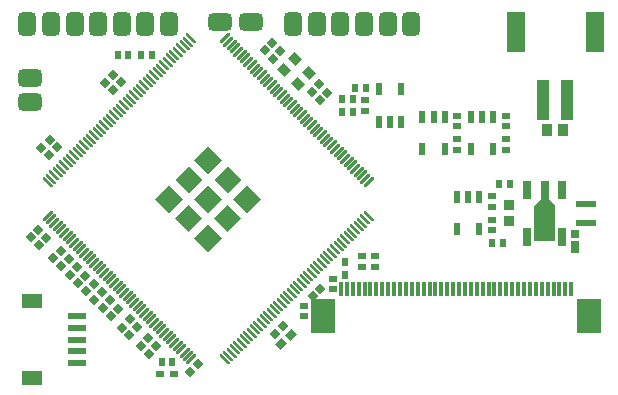
<source format=gtp>
G04*
G04 #@! TF.GenerationSoftware,Altium Limited,Altium Designer,24.5.2 (23)*
G04*
G04 Layer_Color=8421504*
%FSLAX44Y44*%
%MOMM*%
G71*
G04*
G04 #@! TF.SameCoordinates,69858205-0F2E-4D39-B2D1-A8915E6FFAA9*
G04*
G04*
G04 #@! TF.FilePolarity,Positive*
G04*
G01*
G75*
G04:AMPARAMS|DCode=17|XSize=2mm|YSize=1.5mm|CornerRadius=0.375mm|HoleSize=0mm|Usage=FLASHONLY|Rotation=0.000|XOffset=0mm|YOffset=0mm|HoleType=Round|Shape=RoundedRectangle|*
%AMROUNDEDRECTD17*
21,1,2.0000,0.7500,0,0,0.0*
21,1,1.2500,1.5000,0,0,0.0*
1,1,0.7500,0.6250,-0.3750*
1,1,0.7500,-0.6250,-0.3750*
1,1,0.7500,-0.6250,0.3750*
1,1,0.7500,0.6250,0.3750*
%
%ADD17ROUNDEDRECTD17*%
G04:AMPARAMS|DCode=18|XSize=1.5mm|YSize=2mm|CornerRadius=0.375mm|HoleSize=0mm|Usage=FLASHONLY|Rotation=0.000|XOffset=0mm|YOffset=0mm|HoleType=Round|Shape=RoundedRectangle|*
%AMROUNDEDRECTD18*
21,1,1.5000,1.2500,0,0,0.0*
21,1,0.7500,2.0000,0,0,0.0*
1,1,0.7500,0.3750,-0.6250*
1,1,0.7500,-0.3750,-0.6250*
1,1,0.7500,-0.3750,0.6250*
1,1,0.7500,0.3750,0.6250*
%
%ADD18ROUNDEDRECTD18*%
G04:AMPARAMS|DCode=19|XSize=0.64mm|YSize=0.6mm|CornerRadius=0mm|HoleSize=0mm|Usage=FLASHONLY|Rotation=315.000|XOffset=0mm|YOffset=0mm|HoleType=Round|Shape=Rectangle|*
%AMROTATEDRECTD19*
4,1,4,-0.4384,0.0141,-0.0141,0.4384,0.4384,-0.0141,0.0141,-0.4384,-0.4384,0.0141,0.0*
%
%ADD19ROTATEDRECTD19*%

%ADD20R,0.6000X0.6400*%
G04:AMPARAMS|DCode=21|XSize=1.5mm|YSize=2mm|CornerRadius=0.375mm|HoleSize=0mm|Usage=FLASHONLY|Rotation=270.000|XOffset=0mm|YOffset=0mm|HoleType=Round|Shape=RoundedRectangle|*
%AMROUNDEDRECTD21*
21,1,1.5000,1.2500,0,0,270.0*
21,1,0.7500,2.0000,0,0,270.0*
1,1,0.7500,-0.6250,-0.3750*
1,1,0.7500,-0.6250,0.3750*
1,1,0.7500,0.6250,0.3750*
1,1,0.7500,0.6250,-0.3750*
%
%ADD21ROUNDEDRECTD21*%
%ADD22R,1.5000X3.4000*%
%ADD23R,1.0000X3.5000*%
%ADD24R,0.9000X1.0000*%
%ADD25R,0.5500X1.0000*%
%ADD26R,0.6400X0.6000*%
%ADD27R,1.8000X0.6000*%
G04:AMPARAMS|DCode=28|XSize=1.19mm|YSize=0.24mm|CornerRadius=0.0636mm|HoleSize=0mm|Usage=FLASHONLY|Rotation=315.000|XOffset=0mm|YOffset=0mm|HoleType=Round|Shape=RoundedRectangle|*
%AMROUNDEDRECTD28*
21,1,1.1900,0.1128,0,0,315.0*
21,1,1.0628,0.2400,0,0,315.0*
1,1,0.1272,0.3359,-0.4156*
1,1,0.1272,-0.4156,0.3359*
1,1,0.1272,-0.3359,0.4156*
1,1,0.1272,0.4156,-0.3359*
%
%ADD28ROUNDEDRECTD28*%
G04:AMPARAMS|DCode=29|XSize=1.19mm|YSize=0.24mm|CornerRadius=0.0636mm|HoleSize=0mm|Usage=FLASHONLY|Rotation=225.000|XOffset=0mm|YOffset=0mm|HoleType=Round|Shape=RoundedRectangle|*
%AMROUNDEDRECTD29*
21,1,1.1900,0.1128,0,0,225.0*
21,1,1.0628,0.2400,0,0,225.0*
1,1,0.1272,-0.4156,-0.3359*
1,1,0.1272,0.3359,0.4156*
1,1,0.1272,0.4156,0.3359*
1,1,0.1272,-0.3359,-0.4156*
%
%ADD29ROUNDEDRECTD29*%
%ADD30R,0.3000X1.2500*%
%ADD31R,2.0000X3.0000*%
%ADD32R,1.5500X0.6000*%
%ADD33R,1.8000X1.2000*%
%ADD34R,0.7500X0.6000*%
%ADD35R,0.8000X1.0500*%
%ADD36R,0.8000X0.6500*%
%ADD37R,0.6800X1.5000*%
%ADD38R,0.9500X0.8500*%
G04:AMPARAMS|DCode=39|XSize=0.6mm|YSize=0.75mm|CornerRadius=0mm|HoleSize=0mm|Usage=FLASHONLY|Rotation=135.000|XOffset=0mm|YOffset=0mm|HoleType=Round|Shape=Rectangle|*
%AMROTATEDRECTD39*
4,1,4,0.4773,0.0530,-0.0530,-0.4773,-0.4773,-0.0530,0.0530,0.4773,0.4773,0.0530,0.0*
%
%ADD39ROTATEDRECTD39*%

G04:AMPARAMS|DCode=40|XSize=0.64mm|YSize=0.6mm|CornerRadius=0mm|HoleSize=0mm|Usage=FLASHONLY|Rotation=225.000|XOffset=0mm|YOffset=0mm|HoleType=Round|Shape=Rectangle|*
%AMROTATEDRECTD40*
4,1,4,0.0141,0.4384,0.4384,0.0141,-0.0141,-0.4384,-0.4384,-0.0141,0.0141,0.4384,0.0*
%
%ADD40ROTATEDRECTD40*%

%ADD41R,0.6000X0.7500*%
G04:AMPARAMS|DCode=42|XSize=0.8mm|YSize=0.9mm|CornerRadius=0mm|HoleSize=0mm|Usage=FLASHONLY|Rotation=225.000|XOffset=0mm|YOffset=0mm|HoleType=Round|Shape=Rectangle|*
%AMROTATEDRECTD42*
4,1,4,-0.0354,0.6010,0.6010,-0.0354,0.0354,-0.6010,-0.6010,0.0354,-0.0354,0.6010,0.0*
%
%ADD42ROTATEDRECTD42*%

%ADD43R,0.6000X1.0000*%
G36*
X11667Y32951D02*
X0Y21284D01*
X-11667Y32951D01*
X0Y44618D01*
X11667Y32951D01*
D02*
G37*
G36*
X28143Y16475D02*
X16476Y4808D01*
X4808Y16475D01*
X16476Y28143D01*
X28143Y16475D01*
D02*
G37*
G36*
X-4808D02*
X-16475Y4808D01*
X-28143Y16475D01*
X-16475Y28143D01*
X-4808Y16475D01*
D02*
G37*
G36*
X11664Y0D02*
X0Y-11664D01*
X-11664Y0D01*
X0Y11664D01*
X11664Y0D01*
D02*
G37*
G36*
X44619Y-0D02*
X32951Y-11667D01*
X21284Y-0D01*
X32951Y11667D01*
X44619Y-0D01*
D02*
G37*
G36*
X-21284D02*
X-32951Y-11667D01*
X-44618Y-0D01*
X-32951Y11667D01*
X-21284Y-0D01*
D02*
G37*
G36*
X28143Y-16476D02*
X16476Y-28143D01*
X4808Y-16476D01*
X16476Y-4809D01*
X28143Y-16476D01*
D02*
G37*
G36*
X-4808D02*
X-16475Y-28143D01*
X-28143Y-16476D01*
X-16475Y-4809D01*
X-4808Y-16476D01*
D02*
G37*
G36*
X288400Y-400D02*
X294000Y-6000D01*
Y-36000D01*
X276000D01*
Y-6000D01*
X281600Y-400D01*
X281600Y15500D01*
X288400D01*
Y-400D01*
D02*
G37*
G36*
X11667Y-32951D02*
X0Y-44619D01*
X-11667Y-32951D01*
X0Y-21284D01*
X11667Y-32951D01*
D02*
G37*
D17*
X36000Y150000D02*
D03*
X10000D02*
D03*
D18*
X72000Y148000D02*
D03*
X92000D02*
D03*
X152000D02*
D03*
X132000D02*
D03*
X172000D02*
D03*
X112000D02*
D03*
X-73000D02*
D03*
X-33000D02*
D03*
X-53000D02*
D03*
X-93000D02*
D03*
X-113000D02*
D03*
X-133000D02*
D03*
X-153000D02*
D03*
D19*
X54111Y132111D02*
D03*
X47889Y125889D02*
D03*
X61111Y125111D02*
D03*
X54889Y118889D02*
D03*
X-8889Y-139889D02*
D03*
X-15111Y-146111D02*
D03*
X-50889Y-117889D02*
D03*
X-57111Y-124111D02*
D03*
X95111Y-75889D02*
D03*
X88889Y-82111D02*
D03*
X-50111Y-131111D02*
D03*
X-43889Y-124888D02*
D03*
X56889Y-114111D02*
D03*
X63111Y-107889D02*
D03*
X-75889Y-92889D02*
D03*
X-82111Y-99112D02*
D03*
X-124889Y-43889D02*
D03*
X-131111Y-50111D02*
D03*
X-143889Y-25889D02*
D03*
X-150111Y-32111D02*
D03*
X-137000Y-33000D02*
D03*
X-143223Y-39223D02*
D03*
X-117889Y-50889D02*
D03*
X-124111Y-57111D02*
D03*
X-110889Y-57889D02*
D03*
X-117112Y-64111D02*
D03*
X-96889Y-71889D02*
D03*
X-103112Y-78111D02*
D03*
X-103889Y-64889D02*
D03*
X-110112Y-71111D02*
D03*
X-82889Y-85889D02*
D03*
X-89111Y-92112D02*
D03*
X101111Y90111D02*
D03*
X94889Y83889D02*
D03*
X-90000Y-79000D02*
D03*
X-96223Y-85223D02*
D03*
X94111Y97112D02*
D03*
X87889Y90889D02*
D03*
D20*
X-47600Y122000D02*
D03*
X-56400D02*
D03*
X246600Y13000D02*
D03*
X255400D02*
D03*
X-39400Y-138000D02*
D03*
X-30600D02*
D03*
X249400Y-37000D02*
D03*
X240600D02*
D03*
X124600Y94000D02*
D03*
X133400D02*
D03*
X-67600Y122000D02*
D03*
X-76400D02*
D03*
D21*
X-151000Y82000D02*
D03*
Y102000D02*
D03*
D22*
X327500Y141000D02*
D03*
X260500D02*
D03*
D23*
X304000Y83500D02*
D03*
X284000D02*
D03*
D24*
X300750Y58000D02*
D03*
X287250D02*
D03*
D25*
X200500Y69500D02*
D03*
X191000D02*
D03*
X181500D02*
D03*
Y42500D02*
D03*
X200500D02*
D03*
X232000Y69500D02*
D03*
X241500Y42500D02*
D03*
X222500D02*
D03*
Y69500D02*
D03*
X241500D02*
D03*
X229500Y-25500D02*
D03*
X210500D02*
D03*
Y1500D02*
D03*
X229500D02*
D03*
X220000D02*
D03*
D26*
X211000Y41600D02*
D03*
Y50400D02*
D03*
Y70400D02*
D03*
Y61600D02*
D03*
X252000Y70400D02*
D03*
Y61600D02*
D03*
X252000Y50400D02*
D03*
Y41600D02*
D03*
X240000Y-17600D02*
D03*
Y-26400D02*
D03*
Y-6400D02*
D03*
Y2400D02*
D03*
X81000Y-90600D02*
D03*
Y-99400D02*
D03*
X106000Y-67600D02*
D03*
Y-76400D02*
D03*
X133000Y74600D02*
D03*
Y83400D02*
D03*
D27*
X320000Y-20000D02*
D03*
Y-4000D02*
D03*
D28*
X-51053Y99136D02*
D03*
X-53882Y96308D02*
D03*
X-56710Y93479D02*
D03*
X-59538Y90651D02*
D03*
X135906Y-14284D02*
D03*
X133078Y-17112D02*
D03*
X130249Y-19941D02*
D03*
X127421Y-22769D02*
D03*
X124592Y-25598D02*
D03*
X118936Y-31254D02*
D03*
X116107Y-34083D02*
D03*
X113279Y-36911D02*
D03*
X110450Y-39740D02*
D03*
X107622Y-42568D02*
D03*
X104794Y-45397D02*
D03*
X101965Y-48225D02*
D03*
X99137Y-51054D02*
D03*
X96308Y-53882D02*
D03*
X93480Y-56710D02*
D03*
X90651Y-59539D02*
D03*
X87823Y-62367D02*
D03*
X84994Y-65196D02*
D03*
X82166Y-68024D02*
D03*
X79338Y-70852D02*
D03*
X76509Y-73681D02*
D03*
X73681Y-76509D02*
D03*
X70852Y-79338D02*
D03*
X68024Y-82166D02*
D03*
X65196Y-84994D02*
D03*
X62367Y-87823D02*
D03*
X59539Y-90651D02*
D03*
X56710Y-93480D02*
D03*
X53882Y-96308D02*
D03*
X51054Y-99137D02*
D03*
X48225Y-101965D02*
D03*
X45397Y-104794D02*
D03*
X42568Y-107622D02*
D03*
X39740Y-110450D02*
D03*
X36911Y-113279D02*
D03*
X28426Y-121764D02*
D03*
X25598Y-124592D02*
D03*
X22769Y-127421D02*
D03*
X-135906Y14283D02*
D03*
X-133077Y17112D02*
D03*
X-130249Y19941D02*
D03*
X-127421Y22769D02*
D03*
X-124592Y25597D02*
D03*
X-121764Y28426D02*
D03*
X-118935Y31254D02*
D03*
X-116107Y34083D02*
D03*
X-113278Y36911D02*
D03*
X-110450Y39739D02*
D03*
X-107622Y42568D02*
D03*
X-104793Y45396D02*
D03*
X-101965Y48225D02*
D03*
X-99136Y51053D02*
D03*
X-96308Y53882D02*
D03*
X-93479Y56710D02*
D03*
X-90651Y59538D02*
D03*
X-87823Y62367D02*
D03*
X-84994Y65195D02*
D03*
X-82166Y68024D02*
D03*
X-79337Y70852D02*
D03*
X-76509Y73681D02*
D03*
X-73681Y76509D02*
D03*
X-70852Y79337D02*
D03*
X-68024Y82166D02*
D03*
X-65195Y84994D02*
D03*
X-62367Y87823D02*
D03*
X-48225Y101965D02*
D03*
X-45396Y104793D02*
D03*
X-42568Y107622D02*
D03*
X-39739Y110450D02*
D03*
X-36911Y113278D02*
D03*
X-34083Y116107D02*
D03*
X-31254Y118935D02*
D03*
X-28426Y121764D02*
D03*
X-25597Y124592D02*
D03*
X-22769Y127421D02*
D03*
X-19941Y130249D02*
D03*
X-17112Y133077D02*
D03*
X14284Y-135906D02*
D03*
X-14284Y135906D02*
D03*
X121764Y-28426D02*
D03*
X34083Y-116107D02*
D03*
X31254Y-118936D02*
D03*
X17112Y-133078D02*
D03*
X19941Y-130249D02*
D03*
D29*
X14284Y135906D02*
D03*
X17112Y133077D02*
D03*
X19941Y130249D02*
D03*
X22769Y127421D02*
D03*
X25597Y124592D02*
D03*
X28426Y121764D02*
D03*
X31254Y118935D02*
D03*
X34083Y116107D02*
D03*
X36911Y113278D02*
D03*
X39739Y110450D02*
D03*
X42568Y107622D02*
D03*
X45396Y104793D02*
D03*
X48225Y101965D02*
D03*
X51053Y99136D02*
D03*
X53882Y96308D02*
D03*
X56710Y93479D02*
D03*
X59538Y90651D02*
D03*
X62367Y87823D02*
D03*
X65195Y84994D02*
D03*
X68024Y82166D02*
D03*
X70852Y79337D02*
D03*
X73681Y76509D02*
D03*
X76509Y73681D02*
D03*
X79337Y70852D02*
D03*
X82166Y68023D02*
D03*
X84994Y65195D02*
D03*
X87823Y62366D02*
D03*
X90651Y59538D02*
D03*
X93480Y56710D02*
D03*
X96308Y53881D02*
D03*
X99137Y51053D02*
D03*
X101965Y48224D02*
D03*
X107622Y42568D02*
D03*
X110450Y39739D02*
D03*
X113279Y36911D02*
D03*
X116107Y34082D02*
D03*
X118936Y31254D02*
D03*
X121764Y28425D02*
D03*
X124592Y25597D02*
D03*
X127421Y22768D02*
D03*
X130249Y19940D02*
D03*
X133078Y17112D02*
D03*
X-14283Y-135906D02*
D03*
X-17112Y-133078D02*
D03*
X-19940Y-130249D02*
D03*
X-22769Y-127421D02*
D03*
X-25597Y-124592D02*
D03*
X-28425Y-121764D02*
D03*
X-31254Y-118936D02*
D03*
X-34082Y-116107D02*
D03*
X-39739Y-110450D02*
D03*
X-42568Y-107622D02*
D03*
X-45396Y-104794D02*
D03*
X-51053Y-99137D02*
D03*
X-53881Y-96308D02*
D03*
X-56710Y-93480D02*
D03*
X-59538Y-90651D02*
D03*
X-62366Y-87823D02*
D03*
X-65195Y-84994D02*
D03*
X-68023Y-82166D02*
D03*
X-70852Y-79337D02*
D03*
X-73681Y-76509D02*
D03*
X-76509Y-73681D02*
D03*
X-79337Y-70852D02*
D03*
X-82166Y-68024D02*
D03*
X-84994Y-65195D02*
D03*
X-87823Y-62367D02*
D03*
X-90651Y-59538D02*
D03*
X-93479Y-56710D02*
D03*
X-96308Y-53882D02*
D03*
X-99136Y-51053D02*
D03*
X-101965Y-48225D02*
D03*
X-104793Y-45396D02*
D03*
X-107622Y-42568D02*
D03*
X-110450Y-39739D02*
D03*
X-113278Y-36911D02*
D03*
X-116107Y-34083D02*
D03*
X-118935Y-31254D02*
D03*
X-121764Y-28426D02*
D03*
X-124592Y-25597D02*
D03*
X-127421Y-22769D02*
D03*
X-130249Y-19941D02*
D03*
X-133077Y-17112D02*
D03*
X135906Y14283D02*
D03*
X-135906Y-14284D02*
D03*
X104794Y45396D02*
D03*
X-48224Y-101965D02*
D03*
X-36911Y-113279D02*
D03*
D30*
X167500Y-76000D02*
D03*
X207500D02*
D03*
X112500D02*
D03*
X307500D02*
D03*
X117500D02*
D03*
X122500D02*
D03*
X127500D02*
D03*
X132500D02*
D03*
X137500D02*
D03*
X142500D02*
D03*
X147500D02*
D03*
X152500D02*
D03*
X157500D02*
D03*
X162500D02*
D03*
X172500D02*
D03*
X177500D02*
D03*
X182500D02*
D03*
X187500D02*
D03*
X192500D02*
D03*
X197500D02*
D03*
X202500D02*
D03*
X252500D02*
D03*
X257500D02*
D03*
X262500D02*
D03*
X267500D02*
D03*
X272500D02*
D03*
X277500D02*
D03*
X282500D02*
D03*
X287500D02*
D03*
X292500D02*
D03*
X297500D02*
D03*
X302500D02*
D03*
X247500D02*
D03*
X242500D02*
D03*
X237500D02*
D03*
X232500D02*
D03*
X227500D02*
D03*
X222500D02*
D03*
X217500D02*
D03*
X212500D02*
D03*
D31*
X97100Y-99250D02*
D03*
X322900D02*
D03*
D32*
X-110680Y-109000D02*
D03*
Y-139000D02*
D03*
Y-129000D02*
D03*
Y-119000D02*
D03*
Y-99000D02*
D03*
D33*
X-149430Y-152000D02*
D03*
Y-86000D02*
D03*
D34*
X-29250Y-148000D02*
D03*
X-40750D02*
D03*
X141750Y-48000D02*
D03*
X130250D02*
D03*
X141750Y-58000D02*
D03*
X130250D02*
D03*
D35*
X311000Y-40500D02*
D03*
D36*
Y-30000D02*
D03*
D37*
X300000Y8000D02*
D03*
X270000D02*
D03*
X300000Y-32000D02*
D03*
X270000D02*
D03*
D38*
X255000Y-18500D02*
D03*
Y-5500D02*
D03*
D39*
X61934Y-123066D02*
D03*
X70066Y-114934D02*
D03*
D40*
X-73111Y-108889D02*
D03*
X-66889Y-115112D02*
D03*
X-128000Y44000D02*
D03*
X-134223Y50223D02*
D03*
X-80889Y91889D02*
D03*
X-87111Y98111D02*
D03*
X-135000Y37000D02*
D03*
X-141223Y43223D02*
D03*
X-73889Y98889D02*
D03*
X-80111Y105111D02*
D03*
X-66111Y-101889D02*
D03*
X-59889Y-108111D02*
D03*
D41*
X113000Y84750D02*
D03*
Y73250D02*
D03*
X123000Y84750D02*
D03*
Y73250D02*
D03*
X116000Y-53250D02*
D03*
Y-64750D02*
D03*
D42*
X64181Y109414D02*
D03*
X73586Y118819D02*
D03*
X76414Y97181D02*
D03*
X85819Y106586D02*
D03*
D43*
X154000Y65000D02*
D03*
X144500Y93000D02*
D03*
X163500D02*
D03*
X144500Y65000D02*
D03*
X163500D02*
D03*
M02*

</source>
